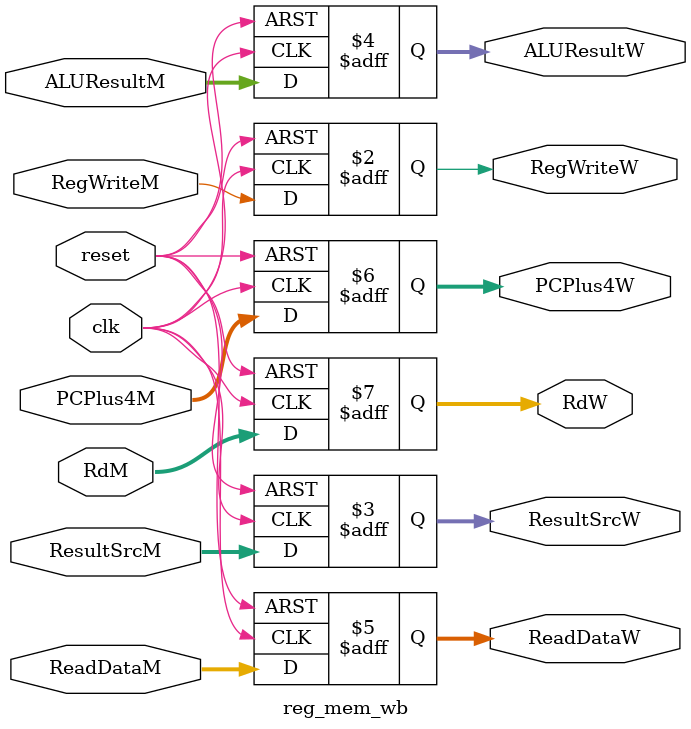
<source format=v>
module reg_mem_wb(
    input        clk,
    input        reset,
    // Controle
    input        RegWriteM,
    input  [1:0] ResultSrcM,
    // Dados
    input  [31:0] ALUResultM,
    input  [31:0] ReadDataM,
    input  [31:0] PCPlus4M,
    input  [4:0]  RdM,
    // Saídas
    output reg        RegWriteW,
    output reg [1:0]  ResultSrcW,
    output reg [31:0] ALUResultW,
    output reg [31:0] ReadDataW,
    output reg [31:0] PCPlus4W,
    output reg [4:0]  RdW
);

  always @(posedge clk or posedge reset) begin
    if (reset) begin
      RegWriteW  <= 1'b0;
      ResultSrcW <= 2'b00;
      ALUResultW <= 32'b0;
      ReadDataW  <= 32'b0;
      PCPlus4W   <= 32'b0;
      RdW        <= 5'b0;
    end else begin
      // Passa os valores do estágio MEM para WB
      RegWriteW  <= RegWriteM;
      ResultSrcW <= ResultSrcM;
      ALUResultW <= ALUResultM;
      ReadDataW  <= ReadDataM;
      PCPlus4W   <= PCPlus4M;
      RdW        <= RdM;
    end
  end

endmodule

</source>
